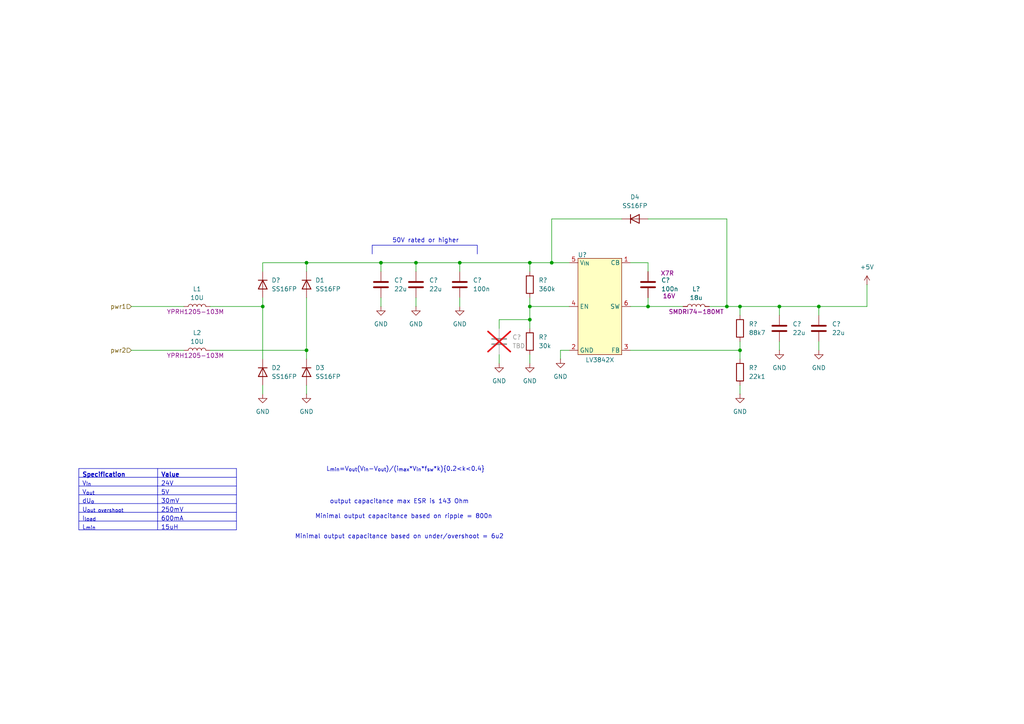
<source format=kicad_sch>
(kicad_sch (version 20250114) (generator "eeschema") (generator_version "9.0")
  (paper "A4")
  (title_block (title "${Project Title}") (rev "${Revision}") (comment 1 "${Designed By}"))
  (lib_symbols
    (symbol "Device:C" (pin_numbers (hide yes)) (pin_names (offset 0.254))
      (property "Reference" "C" (at 0.635 2.54 0))
      (property "Value" "C" (at 0.635 -2.54 0))
      (symbol "C_0_1"
        (polyline (pts (xy -2.032 0.762) (xy 2.032 0.762)) (stroke (width 0.508)))
        (polyline (pts (xy -2.032 -0.762) (xy 2.032 -0.762)) (stroke (width 0.508)))
      )
      (symbol "C_1_1"
        (pin passive line (at 0 3.81 270) (length 2.794) (name "~") (number "1"))
        (pin passive line (at 0 -3.81 90) (length 2.794) (name "~") (number "2"))
      )
    )
    (symbol "Device:D" (pin_numbers (hide yes)) (pin_names (offset 1.016) (hide yes))
      (property "Reference" "D" (at 0 2.54 0))
      (property "Value" "D" (at 0 -2.54 0))
      (symbol "D_0_1"
        (polyline (pts (xy -1.27 1.27) (xy -1.27 -1.27)) (stroke (width 0.254)))
        (polyline (pts (xy 1.27 1.27) (xy 1.27 -1.27) (xy -1.27 0) (xy 1.27 1.27)) (stroke (width 0.254)))
        (polyline (pts (xy 1.27 0) (xy -1.27 0)))
      )
      (symbol "D_1_1"
        (pin passive line (at -3.81 0 0) (length 2.54) (name "K") (number "1"))
        (pin passive line (at 3.81 0 180) (length 2.54) (name "A") (number "2"))
      )
    )
    (symbol "Device:L" (pin_numbers (hide yes)) (pin_names (offset 1.016) (hide yes))
      (property "Reference" "L" (at -1.27 0 90))
      (property "Value" "L" (at 1.905 0 90))
      (symbol "L_0_1"
        (arc (start 0 2.54) (mid 0.6323 1.905) (end 0 1.27))
        (arc (start 0 1.27) (mid 0.6323 0.635) (end 0 0))
        (arc (start 0 0) (mid 0.6323 -0.635) (end 0 -1.27))
        (arc (start 0 -1.27) (mid 0.6323 -1.905) (end 0 -2.54))
      )
      (symbol "L_1_1"
        (pin passive line (at 0 3.81 270) (length 1.27) (name "1") (number "1"))
        (pin passive line (at 0 -3.81 90) (length 1.27) (name "2") (number "2"))
      )
    )
    (symbol "Device:R" (pin_numbers (hide yes)) (pin_names (offset 0))
      (property "Reference" "R" (at 2.032 0 90))
      (property "Value" "R" (at 0 0 90))
      (symbol "R_0_1"
        (rectangle (start -1.016 -2.54) (end 1.016 2.54) (stroke (width 0.254)))
      )
      (symbol "R_1_1"
        (pin passive line (at 0 3.81 270) (length 1.27) (name "~") (number "1"))
        (pin passive line (at 0 -3.81 90) (length 1.27) (name "~") (number "2"))
      )
    )
    (symbol "LV3842:LV3842X"
      (property "Reference" "U" (at -5.588 15.24 0))
      (property "Value" "LV3842X" (at 2.54 15.24 0))
      (symbol "LV3842X_0_1"
        (rectangle (start -6.35 13.97) (end 6.35 -13.97) (fill (type background)))
      )
      (symbol "LV3842X_1_1"
        (pin power_in line (at -8.89 12.7 0) (length 2.54) (name "V_{IN}") (number "5"))
        (pin input line (at -8.89 0 0) (length 2.54) (name "EN") (number "4"))
        (pin power_in line (at -8.89 -12.7 0) (length 2.54) (name "GND") (number "2"))
        (pin input line (at 8.89 12.7 180) (length 2.54) (name "CB") (number "1"))
        (pin power_out line (at 8.89 0 180) (length 2.54) (name "SW") (number "6"))
        (pin input line (at 8.89 -12.7 180) (length 2.54) (name "FB") (number "3"))
      )
    )
    (symbol "power:+5V" (power) (pin_numbers (hide yes)) (pin_names (offset 0) (hide yes))
      (property "Value" "+5V" (at 0 3.556 0))
      (symbol "+5V_0_1"
        (polyline (pts (xy -0.762 1.27) (xy 0 2.54)))
        (polyline (pts (xy 0 2.54) (xy 0.762 1.27)))
        (polyline (pts (xy 0 0) (xy 0 2.54)))
      )
      (symbol "+5V_1_1"
        (pin power_in line (at 0 0 90) (length 0) (name "~") (number "1"))
      )
    )
    (symbol "power:GND" (power) (pin_numbers (hide yes)) (pin_names (offset 0) (hide yes))
      (property "Value" "GND" (at 0 -3.81 0))
      (symbol "GND_0_1"
        (polyline (pts (xy 0 0) (xy 0 -1.27) (xy 1.27 -1.27) (xy 0 -2.54) (xy -1.27 -1.27) (xy 0 -1.27)))
      )
      (symbol "GND_1_1"
        (pin power_in line (at 0 0 270) (length 0) (name "~") (number "1"))
      )
    )
  )
  (text "output capacitance max ESR is 143 Ohm" (at 115.824 145.542 0) (effects (font (size 1.27 1.27))))
  (text "L_{min}=V_{out}(V_{in}-V_{out})/(i_{max}*V_{in}*f_{sw}*k){0.2<k<0.4}" (at 117.602 136.144 0) (effects (font (size 1.27 1.27))))
  (text "50V rated or higher" (at 123.444 69.85 0) (effects (font (size 1.27 1.27))))
  (text "Minimal output capacitance based on ripple = 800n" (at 117.094 149.86 0) (effects (font (size 1.27 1.27))))
  (text "Minimal output capacitance based on under/overshoot = 6u2" (at 115.824 155.702 0) (effects (font (size 1.27 1.27))))
  (junction (at 153.67 92.71))
  (junction (at 237.49 88.9))
  (junction (at 88.9 76.2))
  (junction (at 153.67 76.2))
  (junction (at 160.02 76.2))
  (junction (at 88.9 101.6))
  (junction (at 214.63 101.6))
  (junction (at 214.63 88.9))
  (junction (at 153.67 88.9))
  (junction (at 110.49 76.2))
  (junction (at 76.2 88.9))
  (junction (at 210.82 88.9))
  (junction (at 133.35 76.2))
  (junction (at 120.65 76.2))
  (junction (at 226.06 88.9))
  (junction (at 187.96 88.9))
  (wire (pts (xy 133.35 76.2) (xy 133.35 78.74)))
  (polyline (pts (xy 138.43 71.12) (xy 138.43 73.66)))
  (wire (pts (xy 160.02 63.5) (xy 160.02 76.2)))
  (wire (pts (xy 76.2 86.36) (xy 76.2 88.9)))
  (wire (pts (xy 76.2 76.2) (xy 88.9 76.2)))
  (wire (pts (xy 60.96 101.6) (xy 88.9 101.6)))
  (wire (pts (xy 214.63 101.6) (xy 214.63 104.14)))
  (wire (pts (xy 165.1 101.6) (xy 162.56 101.6)))
  (wire (pts (xy 237.49 91.44) (xy 237.49 88.9)))
  (wire (pts (xy 120.65 88.9) (xy 120.65 86.36)))
  (wire (pts (xy 38.1 101.6) (xy 53.34 101.6)))
  (wire (pts (xy 205.74 88.9) (xy 210.82 88.9)))
  (wire (pts (xy 144.78 92.71) (xy 153.67 92.71)))
  (wire (pts (xy 226.06 88.9) (xy 226.06 91.44)))
  (wire (pts (xy 214.63 88.9) (xy 226.06 88.9)))
  (wire (pts (xy 187.96 88.9) (xy 198.12 88.9)))
  (wire (pts (xy 153.67 92.71) (xy 153.67 95.25)))
  (wire (pts (xy 226.06 99.06) (xy 226.06 101.6)))
  (wire (pts (xy 182.88 76.2) (xy 187.96 76.2)))
  (wire (pts (xy 88.9 101.6) (xy 88.9 104.14)))
  (wire (pts (xy 214.63 88.9) (xy 214.63 91.44)))
  (wire (pts (xy 214.63 99.06) (xy 214.63 101.6)))
  (wire (pts (xy 110.49 86.36) (xy 110.49 88.9)))
  (wire (pts (xy 153.67 102.87) (xy 153.67 105.41)))
  (wire (pts (xy 60.96 88.9) (xy 76.2 88.9)))
  (wire (pts (xy 133.35 86.36) (xy 133.35 88.9)))
  (polyline (pts (xy 107.95 73.66) (xy 107.95 71.12)))
  (wire (pts (xy 110.49 76.2) (xy 110.49 78.74)))
  (wire (pts (xy 88.9 86.36) (xy 88.9 101.6)))
  (wire (pts (xy 110.49 76.2) (xy 120.65 76.2)))
  (wire (pts (xy 38.1 88.9) (xy 53.34 88.9)))
  (wire (pts (xy 144.78 95.25) (xy 144.78 92.71)))
  (wire (pts (xy 187.96 76.2) (xy 187.96 78.74)))
  (wire (pts (xy 210.82 88.9) (xy 214.63 88.9)))
  (wire (pts (xy 237.49 88.9) (xy 251.46 88.9)))
  (wire (pts (xy 88.9 111.76) (xy 88.9 114.3)))
  (wire (pts (xy 226.06 88.9) (xy 237.49 88.9)))
  (wire (pts (xy 76.2 78.74) (xy 76.2 76.2)))
  (polyline (pts (xy 107.95 71.12) (xy 138.43 71.12)))
  (wire (pts (xy 153.67 88.9) (xy 165.1 88.9)))
  (wire (pts (xy 187.96 63.5) (xy 210.82 63.5)))
  (wire (pts (xy 88.9 76.2) (xy 110.49 76.2)))
  (wire (pts (xy 153.67 88.9) (xy 153.67 92.71)))
  (wire (pts (xy 160.02 76.2) (xy 153.67 76.2)))
  (wire (pts (xy 144.78 102.87) (xy 144.78 105.41)))
  (wire (pts (xy 214.63 101.6) (xy 182.88 101.6)))
  (wire (pts (xy 120.65 78.74) (xy 120.65 76.2)))
  (wire (pts (xy 162.56 101.6) (xy 162.56 104.14)))
  (wire (pts (xy 88.9 76.2) (xy 88.9 78.74)))
  (wire (pts (xy 210.82 63.5) (xy 210.82 88.9)))
  (wire (pts (xy 182.88 88.9) (xy 187.96 88.9)))
  (wire (pts (xy 153.67 76.2) (xy 153.67 78.74)))
  (wire (pts (xy 76.2 88.9) (xy 76.2 104.14)))
  (wire (pts (xy 76.2 111.76) (xy 76.2 114.3)))
  (wire (pts (xy 120.65 76.2) (xy 133.35 76.2)))
  (wire (pts (xy 180.34 63.5) (xy 160.02 63.5)))
  (wire (pts (xy 160.02 76.2) (xy 165.1 76.2)))
  (wire (pts (xy 187.96 86.36) (xy 187.96 88.9)))
  (wire (pts (xy 237.49 101.6) (xy 237.49 99.06)))
  (wire (pts (xy 214.63 111.76) (xy 214.63 114.3)))
  (wire (pts (xy 251.46 88.9) (xy 251.46 82.55)))
  (wire (pts (xy 133.35 76.2) (xy 153.67 76.2)))
  (wire (pts (xy 153.67 86.36) (xy 153.67 88.9)))
  (table (column_count 2) (border (external yes) (header yes)) (separators (rows yes) (cols yes)) (column_widths 22.86 22.86) (row_heights 2.54 2.54 2.54 2.54 2.54 2.54 2.54) (cells (table_cell "Specification" (at 22.86 135.89 0) (size 22.86 2.54) (margins 0.9525 0.9525 0.9525 0.9525) (span 1 1)) (table_cell "Value" (at 45.72 135.89 0) (size 22.86 2.54) (margins 0.9525 0.9525 0.9525 0.9525) (span 1 1)) (table_cell "V_{in}" (at 22.86 138.43 0) (size 22.86 2.54) (margins 0.9525 0.9525 0.9525 0.9525) (span 1 1)) (table_cell "24V" (at 45.72 138.43 0) (size 22.86 2.54) (margins 0.9525 0.9525 0.9525 0.9525) (span 1 1)) (table_cell "V_{out}" (at 22.86 140.97 0) (size 22.86 2.54) (margins 0.9525 0.9525 0.9525 0.9525) (span 1 1)) (table_cell "5V" (at 45.72 140.97 0) (size 22.86 2.54) (margins 0.9525 0.9525 0.9525 0.9525) (span 1 1)) (table_cell "dU_{o}" (at 22.86 143.51 0) (size 22.86 2.54) (margins 0.9525 0.9525 0.9525 0.9525) (span 1 1)) (table_cell "30mV" (at 45.72 143.51 0) (size 22.86 2.54) (margins 0.9525 0.9525 0.9525 0.9525) (span 1 1)) (table_cell "U_{out overshoot}" (at 22.86 146.05 0) (size 22.86 2.54) (margins 0.9525 0.9525 0.9525 0.9525) (span 1 1)) (table_cell "250mV" (at 45.72 146.05 0) (size 22.86 2.54) (margins 0.9525 0.9525 0.9525 0.9525) (span 1 1)) (table_cell "I_{load}" (at 22.86 148.59 0) (size 22.86 2.54) (margins 0.9525 0.9525 0.9525 0.9525) (span 1 1)) (table_cell "600mA" (at 45.72 148.59 0) (size 22.86 2.54) (margins 0.9525 0.9525 0.9525 0.9525) (span 1 1)) (table_cell "L_{min}" (at 22.86 151.13 0) (size 22.86 2.54) (margins 0.9525 0.9525 0.9525 0.9525) (span 1 1)) (table_cell "15uH" (at 45.72 151.13 0) (size 22.86 2.54) (margins 0.9525 0.9525 0.9525 0.9525) (span 1 1))))
  (hierarchical_label "pwr2" (shape input) (at 38.1 101.6 180))
  (hierarchical_label "pwr1" (shape input) (at 38.1 88.9 180))
  (symbol (lib_id "Device:R") (at 214.63 107.95 0) (unit 1)
    (property "Reference" "R?" (at 217.17 106.6799 0) (effects (justify left)))
    (property "Value" "22k1" (at 217.17 109.2199 0) (effects (justify left)))
    (property "Description" "Resistor" (effects (hide yes)))
  )
  (symbol (lib_id "power:GND") (at 237.49 101.6 0) (unit 1)
    (property "Reference" "#PWR022" (effects (hide yes)))
    (property "Value" "GND" (at 237.49 106.68 0))
    (property "Description" "Power symbol creates a global label with name \"GND\" , ground" (effects (hide yes)))
  )
  (symbol (lib_id "Device:D") (at 88.9 82.55 270) (unit 1)
    (property "Reference" "D1" (at 91.44 81.2799 90) (effects (justify left)))
    (property "Value" "SS16FP" (at 91.44 83.8199 90) (effects (justify left)))
    (property "Datasheet" "https://www.onsemi.com/download/data-sheet/pdf/s110fp-d.pdf" (effects (hide yes)))
    (property "Description" "Diode" (effects (hide yes)))
    (property "Sim.Device" "D" (effects (hide yes)))
    (property "Sim.Pins" "1=K 2=A" (effects (hide yes)))
  )
  (symbol (lib_id "Device:R") (at 214.63 95.25 0) (unit 1)
    (property "Reference" "R?" (at 217.17 93.9799 0) (effects (justify left)))
    (property "Value" "88k7" (at 217.17 96.5199 0) (effects (justify left)))
    (property "Description" "Resistor" (effects (hide yes)))
  )
  (symbol (lib_id "Device:L") (at 57.15 101.6 90) (unit 1)
    (property "Reference" "L2" (at 57.15 96.52 90))
    (property "Value" "10U" (at 57.15 99.06 90))
    (property "Description" "Inductor" (effects (hide yes)))
    (property "partnumber" "YPRH1205-103M " (at 57.15 103.124 90))
  )
  (symbol (lib_id "Device:C") (at 110.49 82.55 0) (unit 1)
    (property "Reference" "C?" (at 114.3 81.2799 0) (effects (justify left)))
    (property "Value" "22u" (at 114.3 83.8199 0) (effects (justify left)))
    (property "Description" "Unpolarized capacitor" (effects (hide yes)))
  )
  (symbol (lib_id "Device:R") (at 153.67 82.55 0) (unit 1)
    (property "Reference" "R?" (at 156.21 81.2799 0) (effects (justify left)))
    (property "Value" "360k" (at 156.21 83.8199 0) (effects (justify left)))
    (property "Description" "Resistor" (effects (hide yes)))
  )
  (symbol (lib_id "power:GND") (at 110.49 88.9 0) (unit 1)
    (property "Reference" "#PWR024" (effects (hide yes)))
    (property "Value" "GND" (at 110.49 93.98 0))
    (property "Description" "Power symbol creates a global label with name \"GND\" , ground" (effects (hide yes)))
  )
  (symbol (lib_id "Device:C") (at 144.78 99.06 0) (unit 1) (dnp yes)
    (property "Reference" "C?" (at 148.59 97.79 0) (effects (justify left)))
    (property "Value" "TBD" (at 148.59 100.3299 0) (effects (justify left)))
    (property "Description" "Unpolarized capacitor" (effects (hide yes)))
  )
  (symbol (lib_id "Device:R") (at 153.67 99.06 0) (unit 1)
    (property "Reference" "R?" (at 156.21 97.7899 0) (effects (justify left)))
    (property "Value" "30k" (at 156.21 100.3299 0) (effects (justify left)))
    (property "Description" "Resistor" (effects (hide yes)))
  )
  (symbol (lib_id "power:GND") (at 120.65 88.9 0) (unit 1)
    (property "Reference" "#PWR023" (effects (hide yes)))
    (property "Value" "GND" (at 120.65 93.98 0))
    (property "Description" "Power symbol creates a global label with name \"GND\" , ground" (effects (hide yes)))
  )
  (symbol (lib_id "Device:D") (at 76.2 82.55 270) (unit 1)
    (property "Reference" "D?" (at 78.74 81.2799 90) (effects (justify left)))
    (property "Value" "SS16FP" (at 78.74 83.8199 90) (effects (justify left)))
    (property "Datasheet" "https://www.onsemi.com/download/data-sheet/pdf/s110fp-d.pdf" (effects (hide yes)))
    (property "Description" "Diode" (effects (hide yes)))
    (property "Sim.Device" "D" (effects (hide yes)))
    (property "Sim.Pins" "1=K 2=A" (effects (hide yes)))
  )
  (symbol (lib_id "power:+5V") (at 251.46 82.55 0) (unit 1)
    (property "Reference" "#PWR02" (effects (hide yes)))
    (property "Value" "+5V" (at 251.46 77.47 0))
    (property "Description" "Power symbol creates a global label with name \"+5V\"" (effects (hide yes)))
  )
  (symbol (lib_id "Device:L") (at 57.15 88.9 90) (unit 1)
    (property "Reference" "L1" (at 57.15 83.82 90))
    (property "Value" "10U" (at 57.15 86.36 90))
    (property "Description" "Inductor" (effects (hide yes)))
    (property "partnumber" "YPRH1205-103M " (at 57.15 90.424 90))
  )
  (symbol (lib_id "Device:C") (at 237.49 95.25 0) (unit 1)
    (property "Reference" "C?" (at 241.3 93.9799 0) (effects (justify left)))
    (property "Value" "22u" (at 241.3 96.5199 0) (effects (justify left)))
    (property "Description" "Unpolarized capacitor" (effects (hide yes)))
  )
  (symbol (lib_id "Device:L") (at 201.93 88.9 90) (unit 1)
    (property "Reference" "L?" (at 201.93 83.82 90))
    (property "Value" "18u" (at 201.93 86.36 90))
    (property "Description" "Inductor" (effects (hide yes)))
    (property "partnumber" "SMDRI74-180MT" (at 201.93 90.424 90))
  )
  (symbol (lib_id "Device:C") (at 226.06 95.25 0) (unit 1)
    (property "Reference" "C?" (at 229.87 93.9799 0) (effects (justify left)))
    (property "Value" "22u" (at 229.87 96.5199 0) (effects (justify left)))
    (property "Description" "Unpolarized capacitor" (effects (hide yes)))
  )
  (symbol (lib_id "power:GND") (at 76.2 114.3 0) (unit 1)
    (property "Reference" "#PWR01" (effects (hide yes)))
    (property "Value" "GND" (at 76.2 119.38 0))
    (property "Description" "Power symbol creates a global label with name \"GND\" , ground" (effects (hide yes)))
  )
  (symbol (lib_id "power:GND") (at 214.63 114.3 0) (unit 1)
    (property "Reference" "#PWR017" (effects (hide yes)))
    (property "Value" "GND" (at 214.63 119.38 0))
    (property "Description" "Power symbol creates a global label with name \"GND\" , ground" (effects (hide yes)))
  )
  (symbol (lib_id "power:GND") (at 133.35 88.9 0) (unit 1)
    (property "Reference" "#PWR020" (effects (hide yes)))
    (property "Value" "GND" (at 133.35 93.98 0))
    (property "Description" "Power symbol creates a global label with name \"GND\" , ground" (effects (hide yes)))
  )
  (symbol (lib_id "power:GND") (at 88.9 114.3 0) (unit 1)
    (property "Reference" "#PWR09" (effects (hide yes)))
    (property "Value" "GND" (at 88.9 119.38 0))
    (property "Description" "Power symbol creates a global label with name \"GND\" , ground" (effects (hide yes)))
  )
  (symbol (lib_id "power:GND") (at 144.78 105.41 0) (unit 1)
    (property "Reference" "#PWR021" (effects (hide yes)))
    (property "Value" "GND" (at 144.78 110.49 0))
    (property "Description" "Power symbol creates a global label with name \"GND\" , ground" (effects (hide yes)))
  )
  (symbol (lib_id "power:GND") (at 226.06 101.6 0) (unit 1)
    (property "Reference" "#PWR018" (effects (hide yes)))
    (property "Value" "GND" (at 226.06 106.68 0))
    (property "Description" "Power symbol creates a global label with name \"GND\" , ground" (effects (hide yes)))
  )
  (symbol (lib_id "Device:C") (at 133.35 82.55 0) (unit 1)
    (property "Reference" "C?" (at 137.16 81.2799 0) (effects (justify left)))
    (property "Value" "100n" (at 137.16 83.8199 0) (effects (justify left)))
    (property "Description" "Unpolarized capacitor" (effects (hide yes)))
  )
  (symbol (lib_id "Device:D") (at 184.15 63.5 0) (unit 1)
    (property "Reference" "D4" (at 184.15 57.15 0))
    (property "Value" "SS16FP" (at 184.15 59.69 0))
    (property "Datasheet" "https://www.onsemi.com/download/data-sheet/pdf/s110fp-d.pdf" (effects (hide yes)))
    (property "Description" "Diode" (effects (hide yes)))
    (property "Sim.Device" "D" (effects (hide yes)))
    (property "Sim.Pins" "1=K 2=A" (effects (hide yes)))
  )
  (symbol (lib_id "Device:D") (at 76.2 107.95 270) (unit 1)
    (property "Reference" "D2" (at 78.74 106.6799 90) (effects (justify left)))
    (property "Value" "SS16FP" (at 78.74 109.2199 90) (effects (justify left)))
    (property "Datasheet" "https://www.onsemi.com/download/data-sheet/pdf/s110fp-d.pdf" (effects (hide yes)))
    (property "Description" "Diode" (effects (hide yes)))
    (property "Sim.Device" "D" (effects (hide yes)))
    (property "Sim.Pins" "1=K 2=A" (effects (hide yes)))
  )
  (symbol (lib_id "Device:D") (at 88.9 107.95 270) (unit 1)
    (property "Reference" "D3" (at 91.44 106.6799 90) (effects (justify left)))
    (property "Value" "SS16FP" (at 91.44 109.2199 90) (effects (justify left)))
    (property "Datasheet" "https://www.onsemi.com/download/data-sheet/pdf/s110fp-d.pdf" (effects (hide yes)))
    (property "Description" "Diode" (effects (hide yes)))
    (property "Sim.Device" "D" (effects (hide yes)))
    (property "Sim.Pins" "1=K 2=A" (effects (hide yes)))
  )
  (symbol (lib_id "Device:C") (at 187.96 82.55 0) (unit 1)
    (property "Reference" "C?" (at 191.77 81.2799 0) (effects (justify left)))
    (property "Value" "100n" (at 191.77 83.8199 0) (effects (justify left)))
    (property "Description" "Unpolarized capacitor" (effects (hide yes)))
    (property "Voltage rating" "16V" (at 194.056 85.852 0))
    (property "Dielectric" "X7R" (at 193.548 79.248 0))
  )
  (symbol (lib_id "LV3842:LV3842X") (at 173.99 88.9 0) (unit 1)
    (property "Reference" "U?" (at 168.91 73.914 0))
    (property "Value" "LV3842X" (at 173.99 104.394 0))
    (property "Footprint" "Package_TO_SOT_SMD:SOT-23-6" (effects (hide yes)))
    (property "Datasheet" "https://www.ti.com/lit/ds/symlink/lv3842.pdf?ts=1745998876575&ref_url=https%253A%252F%252Fwww.mouser.de%252F" (effects (hide yes)))
    (property "Description" "Voltage Regulators - Switching Regulators 4-V to 36-V 600-mA synchronous step-dow" (effects (hide yes)))
  )
  (symbol (lib_id "Device:C") (at 120.65 82.55 0) (unit 1)
    (property "Reference" "C?" (at 124.46 81.2799 0) (effects (justify left)))
    (property "Value" "22u" (at 124.46 83.8199 0) (effects (justify left)))
    (property "Description" "Unpolarized capacitor" (effects (hide yes)))
  )
  (symbol (lib_id "power:GND") (at 162.56 104.14 0) (unit 1)
    (property "Reference" "#PWR019" (effects (hide yes)))
    (property "Value" "GND" (at 162.56 109.22 0))
    (property "Description" "Power symbol creates a global label with name \"GND\" , ground" (effects (hide yes)))
  )
  (symbol (lib_id "power:GND") (at 153.67 105.41 0) (unit 1)
    (property "Reference" "#PWR016" (effects (hide yes)))
    (property "Value" "GND" (at 153.67 110.49 0))
    (property "Description" "Power symbol creates a global label with name \"GND\" , ground" (effects (hide yes)))
  )
)
</source>
